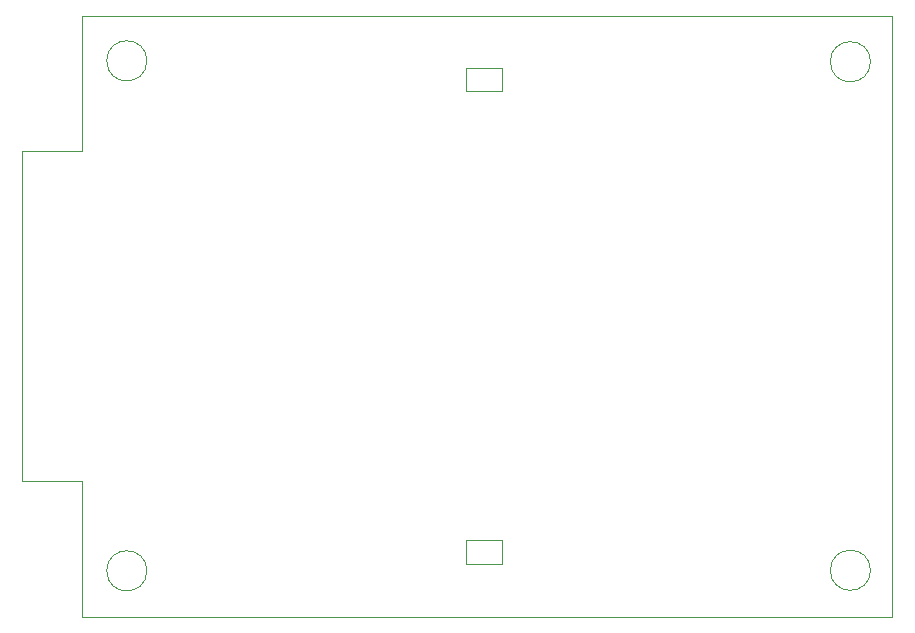
<source format=gbr>
%TF.GenerationSoftware,KiCad,Pcbnew,7.0.7*%
%TF.CreationDate,2023-12-17T00:09:53-06:00*%
%TF.ProjectId,AAA Battery Board,41414120-4261-4747-9465-727920426f61,rev?*%
%TF.SameCoordinates,Original*%
%TF.FileFunction,Profile,NP*%
%FSLAX46Y46*%
G04 Gerber Fmt 4.6, Leading zero omitted, Abs format (unit mm)*
G04 Created by KiCad (PCBNEW 7.0.7) date 2023-12-17 00:09:53*
%MOMM*%
%LPD*%
G01*
G04 APERTURE LIST*
%TA.AperFunction,Profile*%
%ADD10C,0.100000*%
%TD*%
G04 APERTURE END LIST*
D10*
X146000000Y-99000000D02*
X146000000Y-101000000D01*
X115951000Y-101600000D02*
G75*
G03*
X115951000Y-101600000I-1700000J0D01*
G01*
X110490000Y-93980000D02*
X110490000Y-105537000D01*
X177214000Y-58498000D02*
G75*
G03*
X177214000Y-58498000I-1700000J0D01*
G01*
X143000000Y-61000000D02*
X146000000Y-61000000D01*
X105410000Y-93980000D02*
X110490000Y-93980000D01*
X110490000Y-54610000D02*
X110490000Y-66040000D01*
X179070000Y-105537000D02*
X179070000Y-54610000D01*
X146000000Y-105537000D02*
X143000000Y-105537000D01*
X179070000Y-54610000D02*
X146000000Y-54610000D01*
X143000000Y-101000000D02*
X143000000Y-99000000D01*
X146000000Y-105537000D02*
X179070000Y-105537000D01*
X143000000Y-99000000D02*
X146000000Y-99000000D01*
X115951000Y-58420000D02*
G75*
G03*
X115951000Y-58420000I-1700000J0D01*
G01*
X146000000Y-54610000D02*
X143000000Y-54610000D01*
X110490000Y-105537000D02*
X143000000Y-105537000D01*
X143000000Y-101000000D02*
X146000000Y-101000000D01*
X146000000Y-61000000D02*
X146000000Y-59000000D01*
X143000000Y-54610000D02*
X110490000Y-54610000D01*
X143000000Y-59000000D02*
X146000000Y-59000000D01*
X177214000Y-101551000D02*
G75*
G03*
X177214000Y-101551000I-1700000J0D01*
G01*
X105410000Y-66040000D02*
X105410000Y-93980000D01*
X110490000Y-66040000D02*
X105410000Y-66040000D01*
X143000000Y-59000000D02*
X143000000Y-61000000D01*
M02*

</source>
